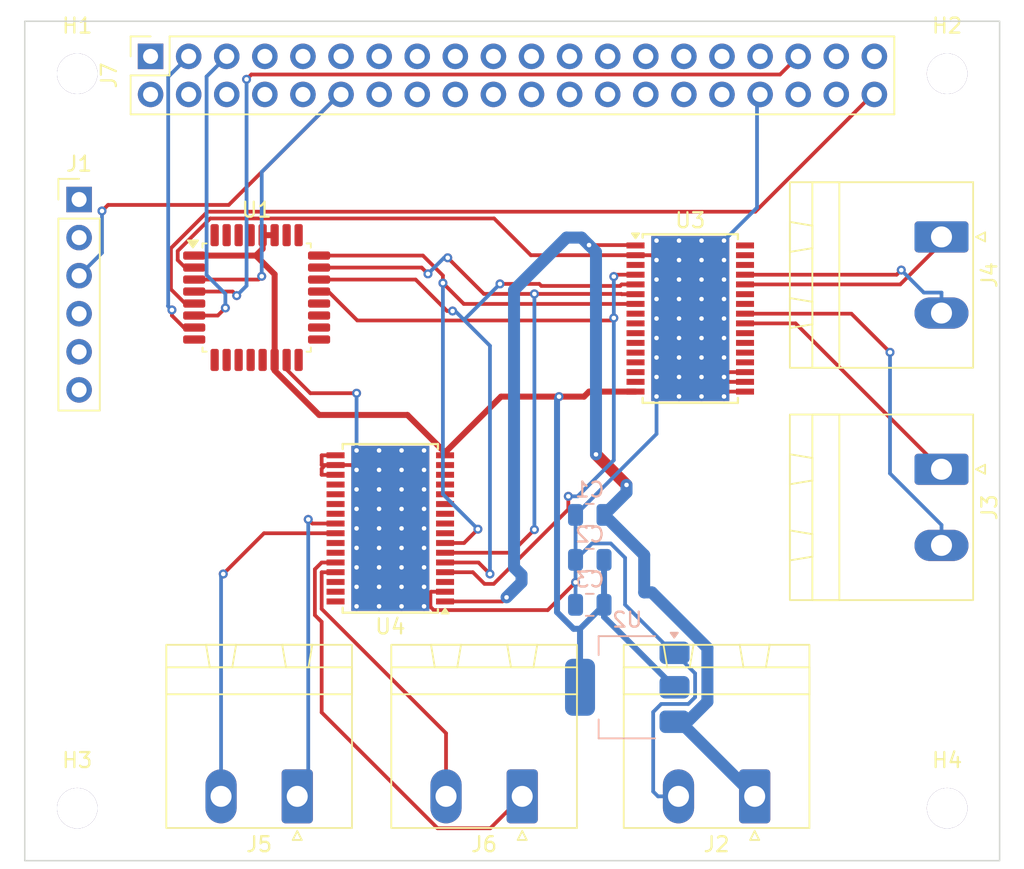
<source format=kicad_pcb>
(kicad_pcb (version 20241229) (generator "pcbnew") (generator_version "9.0")
  (layers (0 "F.Cu" signal) (2 "B.Cu" signal) (13 "F.Paste" user) (15 "B.Paste" user) (5 "F.SilkS" user "F.Silkscreen") (7 "B.SilkS" user "B.Silkscreen") (1 "F.Mask" user) (3 "B.Mask" user) (25 "Edge.Cuts" user))
  (net 0 "")
  (net 1 "+12V")
  (net 2 "GND")
  (net 3 "+3.3V")
  (net 4 "I2S_BCK")
  (net 10 "Net-(J3-Pin_1)")
  (net 11 "Net-(J3-Pin_2)")
  (net 12 "Net-(J4-Pin_2)")
  (net 13 "Net-(J4-Pin_1)")
  (net 14 "Net-(J5-Pin_1)")
  (net 15 "Net-(J5-Pin_2)")
  (net 16 "Net-(J6-Pin_1)")
  (net 17 "Net-(J6-Pin_2)")
  (net 22 "I2C_SDA")
  (net 30 "I2S_LRCK")
  (net 45 "I2C_SCL")
  (net 50 "I2S_DOUT")
  (net 56 "Net-(U1-OUTL-)")
  (net 57 "Net-(U1-OUTR+)")
  (net 58 "Net-(U1-OUTL+)")
  (net 59 "Net-(U1-OUTR-)")
  (footprint "Package_SO:HTSSOP-32-1EP_6.1x11mm_P0.65mm_EP5.2x11mm_Mask4.11x4.36mm_ThermalVias" (layer "F.Cu") (at 125.75 68.4 180)
    (property "Reference" "U4")
    (property "Value" "TPA3116D2")
  )
  (footprint "Package_QFP:TQFP-32_7x7mm_P0.8mm" (layer "F.Cu") (at 116.8375 53)
    (property "Reference" "U1")
    (property "Value" "PCM5142")
  )
  (footprint "Connector_Phoenix_MSTB:PhoenixContact_MSTBA_2,5_2-G-5,08_1x02_P5.08mm_Horizontal" (layer "F.Cu") (at 119.545 86.2775 180)
    (property "Reference" "J5")
    (property "Value" "Rear_Left")
  )
  (footprint "Connector_Phoenix_MSTB:PhoenixContact_MSTBA_2,5_2-G-5,08_1x02_P5.08mm_Horizontal" (layer "F.Cu") (at 134.545 86.2775 180)
    (property "Reference" "J6")
    (property "Value" "Rear_Right")
  )
  (footprint "Connector_PinSocket_2.54mm:PinSocket_2x20_P2.54mm_Vertical" (layer "F.Cu") (at 109.765321 36.909266 90)
    (property "Reference" "J7")
    (property "Value" "40-Pin_GPIO")
  )
  (footprint "Connector_Phoenix_MSTB:PhoenixContact_MSTBA_2,5_2-G-5,08_1x02_P5.08mm_Horizontal" (layer "F.Cu") (at 162.5 48.955 -90)
    (property "Reference" "J4")
    (property "Value" "Front_Right")
  )
  (footprint "MountingHole:MountingHole_2.7mm_M2.5" (layer "F.Cu") (at 104.875 38.0675)
    (property "Reference" "H1")
    (property "Value" "MountingHole")
  )
  (footprint "MountingHole:MountingHole_2.7mm_M2.5" (layer "F.Cu") (at 162.875 38.0675)
    (property "Reference" "H2")
    (property "Value" "MountingHole")
  )
  (footprint "MountingHole:MountingHole_2.7mm_M2.5" (layer "F.Cu") (at 104.875 87.0675)
    (property "Reference" "H3")
    (property "Value" "MountingHole")
  )
  (footprint "MountingHole:MountingHole_2.7mm_M2.5" (layer "F.Cu") (at 162.875 87.0675)
    (property "Reference" "H4")
    (property "Value" "MountingHole")
  )
  (footprint "Connector_PinHeader_2.54mm:PinHeader_1x06_P2.54mm_Vertical" (layer "F.Cu") (at 105 46.46)
    (property "Reference" "J1")
    (property "Value" "I2S_Input")
  )
  (footprint "Package_SO:HTSSOP-32-1EP_6.1x11mm_P0.65mm_EP5.2x11mm_Mask4.11x4.36mm_ThermalVias" (layer "F.Cu") (at 145.75 54.4)
    (property "Reference" "U3")
    (property "Value" "TPA3116D2")
  )
  (footprint "Connector_Phoenix_MSTB:PhoenixContact_MSTBA_2,5_2-G-5,08_1x02_P5.08mm_Horizontal" (layer "F.Cu") (at 162.5 64.455 -90)
    (property "Reference" "J3")
    (property "Value" "Front_Left")
  )
  (footprint "Connector_Phoenix_MSTB:PhoenixContact_MSTBA_2,5_2-G-5,08_1x02_P5.08mm_Horizontal" (layer "F.Cu") (at 150.045 86.2775 180)
    (property "Reference" "J2")
    (property "Value" "12V_Input")
  )
  (footprint "Package_TO_SOT_SMD:SOT-223-3_TabPin2" (layer "B.Cu") (at 141.55 79 180)
    (property "Reference" "U2")
    (property "Value" "AMS1117-3.3")
  )
  (footprint "Capacitor_SMD:C_0805_2012Metric" (layer "B.Cu") (at 139.05 67.5 180)
    (property "Reference" "C1")
    (property "Value" "10uF")
  )
  (footprint "Capacitor_SMD:C_0805_2012Metric" (layer "B.Cu") (at 139.05 73.5 180)
    (property "Reference" "C3")
    (property "Value" "10uF")
  )
  (footprint "Capacitor_SMD:C_0805_2012Metric" (layer "B.Cu") (at 139.05 70.5 180)
    (property "Reference" "C2")
    (property "Value" "100nF")
  )
  (gr_rect (start 101.375 34.5675) (end 166.375 90.5675) (stroke (width 0.1)) (fill no) (layer "Edge.Cuts"))
  (segment (start 142.025 49.525) (end 142 49.5) (width 0.25) (layer "F.Cu") (net 1))
  (segment (start 133.225 73.275) (end 133.5 73) (width 0.25) (layer "F.Cu") (net 1))
  (segment (start 142.1 49.525) (end 142.025 49.525) (width 0.25) (layer "F.Cu") (net 1))
  (segment (start 139.463152 63.463152) (end 141.5 65.5) (width 0.8) (layer "F.Cu") (net 1))
  (segment (start 129.4 73.275) (end 133.225 73.275) (width 0.25) (layer "F.Cu") (net 1))
  (segment (start 142 49.5) (end 139 49.5) (width 0.25) (layer "F.Cu") (net 1))
  (via (at 139 49.5) (size 0.6) (drill 0.3) (layers "F.Cu" "B.Cu") (net 1))
  (via (at 139.463152 63.463152) (size 0.6) (drill 0.3) (layers "F.Cu" "B.Cu") (net 1))
  (via (at 133.5 73) (size 0.6) (drill 0.3) (layers "F.Cu" "B.Cu") (net 1))
  (via (at 141.5 65.5) (size 0.6) (drill 0.3) (layers "F.Cu" "B.Cu") (net 1))
  (segment (start 146.8921 79.9664) (end 146.8921 76.3732) (width 0.8) (layer "B.Cu") (net 1))
  (segment (start 144.7 81.3) (end 144.9455 81.5455) (width 0.8) (layer "B.Cu") (net 1))
  (segment (start 144.9455 81.5455) (end 145.313 81.5455) (width 0.8) (layer "B.Cu") (net 1))
  (segment (start 141.5 66) (end 140 67.5) (width 0.8) (layer "B.Cu") (net 1))
  (segment (start 143.1894 72.6705) (end 142.6771 72.6705) (width 0.8) (layer "B.Cu") (net 1))
  (segment (start 134.5 71.5) (end 134 71) (width 0.8) (layer "B.Cu") (net 1))
  (segment (start 138.5 49) (end 139 49.5) (width 0.8) (layer "B.Cu") (net 1))
  (segment (start 145.313 81.5455) (end 146.8921 79.9664) (width 0.8) (layer "B.Cu") (net 1))
  (segment (start 134 52.5) (end 137.5 49) (width 0.8) (layer "B.Cu") (net 1))
  (segment (start 139.463152 49.963152) (end 139.463152 63.463152) (width 0.8) (layer "B.Cu") (net 1))
  (segment (start 140 67.5) (end 142.6771 70.1771) (width 0.8) (layer "B.Cu") (net 1))
  (segment (start 134.5 72) (end 133.5 73) (width 0.8) (layer "B.Cu") (net 1))
  (segment (start 141.5 65.5) (end 141.5 66) (width 0.8) (layer "B.Cu") (net 1))
  (segment (start 142.6771 70.1771) (end 142.6771 72.6705) (width 0.8) (layer "B.Cu") (net 1))
  (segment (start 134.5 71.5) (end 134.5 72) (width 0.8) (layer "B.Cu") (net 1))
  (segment (start 145.313 81.5455) (end 150.045 86.2775) (width 0.8) (layer "B.Cu") (net 1))
  (segment (start 137.5 49) (end 138.5 49) (width 0.8) (layer "B.Cu") (net 1))
  (segment (start 134 71) (end 134 52.5) (width 0.8) (layer "B.Cu") (net 1))
  (segment (start 146.8921 76.3732) (end 143.1894 72.6705) (width 0.8) (layer "B.Cu") (net 1))
  (segment (start 139 49.5) (end 139.463152 49.963152) (width 0.8) (layer "B.Cu") (net 1))
  (segment (start 146.1 57) (end 146.5 57) (width 0.25) (layer "F.Cu") (net 2))
  (segment (start 147.8 58.3) (end 146.5 57) (width 0.25) (layer "F.Cu") (net 2))
  (segment (start 149.4 57.975) (end 148.325 57.975) (width 0.25) (layer "F.Cu") (net 2))
  (segment (start 149.4 59.275) (end 148.325 59.275) (width 0.25) (layer "F.Cu") (net 2))
  (segment (start 145 55.9) (end 145 55.7) (width 0.25) (layer "F.Cu") (net 2))
  (segment (start 142.1 50.175) (end 143.175 50.175) (width 0.25) (layer "F.Cu") (net 2))
  (segment (start 129.4 72.625) (end 128.4733 72.625) (width 0.25) (layer "F.Cu") (net 2))
  (segment (start 146.5 54.4) (end 145.75 54.4) (width 0.25) (layer "F.Cu") (net 2))
  (segment (start 122.1 64.175) (end 123.175 64.175) (width 0.25) (layer "F.Cu") (net 2))
  (segment (start 136.2483 73.8517) (end 138.1 72) (width 0.25) (layer "F.Cu") (net 2))
  (segment (start 122.1 63.525) (end 121.1733 63.525) (width 0.25) (layer "F.Cu") (net 2))
  (segment (start 128.4233 73.6) (end 128.4233 73.631) (width 0.25) (layer "F.Cu") (net 2))
  (segment (start 111.5756 49.8928) (end 111.5756 50.5019) (width 0.25) (layer "F.Cu") (net 2))
  (segment (start 135.1216 50.175) (end 132.6711 47.7245) (width 0.25) (layer "F.Cu") (net 2))
  (segment (start 132.6711 47.7245) (end 113.7439 47.7245) (width 0.25) (layer "F.Cu") (net 2))
  (segment (start 121.1733 63.525) (end 121.1733 64.175) (width 0.25) (layer "F.Cu") (net 2))
  (segment (start 121.1733 64.825) (end 121.1733 64.4187) (width 0.25) (layer "F.Cu") (net 2))
  (segment (start 145.6125 56.5125) (end 145 55.9) (width 0.25) (layer "F.Cu") (net 2))
  (segment (start 148.325 58.625) (end 148 58.3) (width 0.25) (layer "F.Cu") (net 2))
  (segment (start 112.0737 51) (end 112.675 51) (width 0.25) (layer "F.Cu") (net 2))
  (segment (start 123.175 64.175) (end 123.5 64.5) (width 0.25) (layer "F.Cu") (net 2))
  (segment (start 122.1 64.825) (end 121.1733 64.825) (width 0.25) (layer "F.Cu") (net 2))
  (segment (start 145 54.4) (end 145.75 54.4) (width 0.25) (layer "F.Cu") (net 2))
  (segment (start 128.644 73.8517) (end 136.2483 73.8517) (width 0.25) (layer "F.Cu") (net 2))
  (segment (start 121.417 64.175) (end 122.1 64.175) (width 0.25) (layer "F.Cu") (net 2))
  (segment (start 121.417 64.175) (end 121.1733 64.175) (width 0.25) (layer "F.Cu") (net 2))
  (segment (start 118.8375 57.1625) (end 118.8375 57.8011) (width 0.25) (layer "F.Cu") (net 2))
  (segment (start 113.7439 47.7245) (end 111.5756 49.8928) (width 0.25) (layer "F.Cu") (net 2))
  (segment (start 123.5 72.3) (end 125 72.3) (width 0.25) (layer "F.Cu") (net 2))
  (segment (start 123.5 63.2) (end 125 63.2) (width 0.25) (layer "F.Cu") (net 2))
  (segment (start 142.1 50.175) (end 135.1216 50.175) (width 0.25) (layer "F.Cu") (net 2))
  (segment (start 148 58.3) (end 147.8 58.3) (width 0.25) (layer "F.Cu") (net 2))
  (segment (start 143.175 50.175) (end 143.5 50.5) (width 0.25) (layer "F.Cu") (net 2))
  (segment (start 149.4 58.625) (end 148.325 58.625) (width 0.25) (layer "F.Cu") (net 2))
  (segment (start 145.6125 56.5125) (end 146.1 57) (width 0.25) (layer "F.Cu") (net 2))
  (segment (start 128.4233 73.631) (end 128.644 73.8517) (width 0.25) (layer "F.Cu") (net 2))
  (segment (start 128.4733 72.625) (end 128.4233 72.675) (width 0.25) (layer "F.Cu") (net 2))
  (segment (start 120.4179 59.3815) (end 123.5028 59.3815) (width 0.25) (layer "F.Cu") (net 2))
  (segment (start 121.1733 64.4187) (end 121.417 64.175) (width 0.25) (layer "F.Cu") (net 2))
  (segment (start 126.5 68.4) (end 125.75 68.4) (width 0.25) (layer "F.Cu") (net 2))
  (segment (start 111.5756 50.5019) (end 112.0737 51) (width 0.25) (layer "F.Cu") (net 2))
  (segment (start 148.325 59.275) (end 148 59.6) (width 0.25) (layer "F.Cu") (net 2))
  (segment (start 128.4233 72.675) (end 128.4233 73.6) (width 0.25) (layer "F.Cu") (net 2))
  (segment (start 118.8375 57.8011) (end 120.4179 59.3815) (width 0.25) (layer "F.Cu") (net 2))
  (segment (start 125 68.4) (end 125.75 68.4) (width 0.25) (layer "F.Cu") (net 2))
  (segment (start 128.4233 73.6) (end 128 73.6) (width 0.25) (layer "F.Cu") (net 2))
  (segment (start 148.325 57.975) (end 148 58.3) (width 0.25) (layer "F.Cu") (net 2))
  (segment (start 145.6125 56.5125) (end 143.5 54.4) (width 0.25) (layer "F.Cu") (net 2))
  (segment (start 128 63.2) (end 126.5 63.2) (width 0.25) (layer "F.Cu") (net 2))
  (via (at 123.5028 59.3815) (size 0.6) (drill 0.3) (layers "F.Cu" "B.Cu") (net 2))
  (via (at 138.1 72) (size 0.6) (drill 0.3) (layers "F.Cu" "B.Cu") (net 2))
  (segment (start 143.5 49.2) (end 145 49.2) (width 0.25) (layer "B.Cu") (net 2))
  (segment (start 126.5 64.5) (end 126.5 63.2) (width 0.25) (layer "B.Cu") (net 2))
  (segment (start 123.5 68.4) (end 123.5 69.7) (width 0.25) (layer "B.Cu") (net 2))
  (segment (start 140.4474 69.4055) (end 141.403 70.3611) (width 0.25) (layer "B.Cu") (net 2))
  (segment (start 145.75 54.4) (end 145 54.4) (width 0.25) (layer "B.Cu") (net 2))
  (segment (start 145 58.5209) (end 145 57) (width 0.25) (layer "B.Cu") (net 2))
  (segment (start 143.5 54.4) (end 143.5 55.7) (width 0.25) (layer "B.Cu") (net 2))
  (segment (start 145 53.1) (end 145 54.4) (width 0.25) (layer "B.Cu") (net 2))
  (segment (start 126.5 65.8) (end 126.5 64.5) (width 0.25) (layer "B.Cu") (net 2))
  (segment (start 123.5 67.1) (end 123.5 68.4) (width 0.25) (layer "B.Cu") (net 2))
  (segment (start 141.403 73.4897) (end 144.6133 76.7) (width 0.25) (layer "B.Cu") (net 2))
  (segment (start 143.5 53.1) (end 143.5 54.4) (width 0.25) (layer "B.Cu") (net 2))
  (segment (start 126.5 73.6) (end 126.5 72.3) (width 0.25) (layer "B.Cu") (net 2))
  (segment (start 123.5 71) (end 123.5 69.7) (width 0.25) (layer "B.Cu") (net 2))
  (segment (start 125 68.4) (end 125 67.1) (width 0.25) (layer "B.Cu") (net 2))
  (segment (start 146.5 49.2) (end 148 49.2) (width 0.25) (layer "B.Cu") (net 2))
  (segment (start 143.2775 85.9567) (end 143.2775 80.6501) (width 0.25) (layer "B.Cu") (net 2))
  (segment (start 143.5 58.3) (end 143.5 59.6) (width 0.25) (layer "B.Cu") (net 2))
  (segment (start 146.5 53.1) (end 146.5 54.4) (width 0.25) (layer "B.Cu") (net 2))
  (segment (start 148 54.4) (end 148 55.7) (width 0.25) (layer "B.Cu") (net 2))
  (segment (start 143.2775 80.6501) (end 143.8129 80.1147) (width 0.25) (layer "B.Cu") (net 2))
  (segment (start 126.5 65.8) (end 126.5 67.1) (width 0.25) (layer "B.Cu") (net 2))
  (segment (start 139.1945 69.4055) (end 140.4474 69.4055) (width 0.25) (layer "B.Cu") (net 2))
  (segment (start 128 67.1) (end 128 65.8) (width 0.25) (layer "B.Cu") (net 2))
  (segment (start 148 49.2) (end 150.2 47) (width 0.25) (layer "B.Cu") (net 2))
  (segment (start 145 55.7) (end 145 57) (width 0.25) (layer "B.Cu") (net 2))
  (segment (start 138.1 67.5) (end 143.5 62.1) (width 0.25) (layer "B.Cu") (net 2))
  (segment (start 123.5 73.6) (end 123.5 72.3) (width 0.25) (layer "B.Cu") (net 2))
  (segment (start 148 53.1) (end 148 54.4) (width 0.25) (layer "B.Cu") (net 2))
  (segment (start 128 72.3899) (end 128 72.3) (width 0.25) (layer "B.Cu") (net 2))
  (segment (start 145.6188 80.1147) (end 146.0724 79.6611) (width 0.25) (layer "B.Cu") (net 2))
  (segment (start 123.5 63.2) (end 123.5 64.5) (width 0.25) (layer "B.Cu") (net 2))
  (segment (start 123.5028 59.3815) (end 123.5 59.3843) (width 0.25) (layer "B.Cu") (net 2))
  (segment (start 148 49.2) (end 148 50.5) (width 0.25) (layer "B.Cu") (net 2))
  (segment (start 146.5 55.7) (end 146.5 57) (width 0.25) (layer "B.Cu") (net 2))
  (segment (start 145 49.2) (end 146.5 49.2) (width 0.25) (layer "B.Cu") (net 2))
  (segment (start 144.965 86.2775) (end 143.5983 86.2775) (width 0.25) (layer "B.Cu") (net 2))
  (segment (start 145 54.4) (end 145 55.7) (width 0.25) (layer "B.Cu") (net 2))
  (segment (start 138.1 72) (end 138.1 70.5) (width 0.25) (layer "B.Cu") (net 2))
  (segment (start 141.403 70.3611) (end 141.403 73.4897) (width 0.25) (layer "B.Cu") (net 2))
  (segment (start 138.1 70.5) (end 138.1 67.5) (width 0.25) (layer "B.Cu") (net 2))
  (segment (start 146.0724 79.6611) (end 146.0724 78.0724) (width 0.25) (layer "B.Cu") (net 2))
  (segment (start 148 57) (end 148 55.7) (width 0.25) (layer "B.Cu") (net 2))
  (segment (start 128 65.8) (end 128 64.5) (width 0.25) (layer "B.Cu") (net 2))
  (segment (start 150.2 47) (end 150.2 39.54) (width 0.25) (layer "B.Cu") (net 2))
  (segment (start 144.6133 76.7) (end 144.7 76.7) (width 0.25) (layer "B.Cu") (net 2))
  (segment (start 123.5 64.5) (end 123.5 65.8) (width 0.25) (layer "B.Cu") (net 2))
  (segment (start 125 69.7) (end 125 71) (width 0.25) (layer "B.Cu") (net 2))
  (segment (start 143.5 51.8) (end 143.5 53.1) (width 0.25) (layer "B.Cu") (net 2))
  (segment (start 125 65.8) (end 125 64.5) (width 0.25) (layer "B.Cu") (net 2))
  (segment (start 128 71) (end 128 69.7) (width 0.25) (layer "B.Cu") (net 2))
  (segment (start 143.5 55.7) (end 143.5 57) (width 0.25) (layer "B.Cu") (net 2))
  (segment (start 146.5 53.1) (end 146.5 51.8) (width 0.25) (layer "B.Cu") (net 2))
  (segment (start 143.5983 86.2775) (end 143.2775 85.9567) (width 0.25) (layer "B.Cu") (net 2))
  (segment (start 146.0724 78.0724) (end 144.7 76.7) (width 0.25) (layer "B.Cu") (net 2))
  (segment (start 123.5 65.8) (end 123.5 67.1) (width 0.25) (layer "B.Cu") (net 2))
  (segment (start 128 73.6) (end 128 72.3899) (width 0.25) (layer "B.Cu") (net 2))
  (segment (start 145 51.8) (end 145 53.1) (width 0.25) (layer "B.Cu") (net 2))
  (segment (start 145 50.5) (end 145 51.8) (width 0.25) (layer "B.Cu") (net 2))
  (segment (start 126.5 69.7) (end 126.5 68.4) (width 0.25) (layer "B.Cu") (net 2))
  (segment (start 143.8129 80.1147) (end 145.6188 80.1147) (width 0.25) (layer "B.Cu") (net 2))
  (segment (start 138.1 73.5) (end 138.1 72) (width 0.25) (layer "B.Cu") (net 2))
  (segment (start 143.5 57) (end 143.5 58.3) (width 0.25) (layer "B.Cu") (net 2))
  (segment (start 148 50.5) (end 148 51.8) (width 0.25) (layer "B.Cu") (net 2))
  (segment (start 123.5 59.3843) (end 123.5 63.2) (width 0.25) (layer "B.Cu") (net 2))
  (segment (start 148 59.6) (end 148 58.3) (width 0.25) (layer "B.Cu") (net 2))
  (segment (start 125.75 68.4) (end 125 68.4) (width 0.25) (layer "B.Cu") (net 2))
  (segment (start 125 73.6) (end 125 72.3) (width 0.25) (layer "B.Cu") (net 2))
  (segment (start 125 69.7) (end 125 68.4) (width 0.25) (layer "B.Cu") (net 2))
  (segment (start 146.5 58.3) (end 146.5 57) (width 0.25) (layer "B.Cu") (net 2))
  (segment (start 146.5 49.2) (end 146.5 50.5) (width 0.25) (layer "B.Cu") (net 2))
  (segment (start 125 64.5) (end 125 63.2) (width 0.25) (layer "B.Cu") (net 2))
  (segment (start 143.5 50.5) (end 143.5 49.2) (width 0.25) (layer "B.Cu") (net 2))
  (segment (start 128 72.3899) (end 128 71) (width 0.25) (layer "B.Cu") (net 2))
  (segment (start 126.5 68.4) (end 126.5 67.1) (width 0.25) (layer "B.Cu") (net 2))
  (segment (start 128 68.4) (end 128 67.1) (width 0.25) (layer "B.Cu") (net 2))
  (segment (start 148 58.3) (end 148 57) (width 0.25) (layer "B.Cu") (net 2))
  (segment (start 128 63.2) (end 128 64.5) (width 0.25) (layer "B.Cu") (net 2))
  (segment (start 126.5 71) (end 126.5 72.3) (width 0.25) (layer "B.Cu") (net 2))
  (segment (start 145 49.2) (end 145 50.5) (width 0.25) (layer "B.Cu") (net 2))
  (segment (start 128 69.7) (end 128 68.4) (width 0.25) (layer "B.Cu") (net 2))
  (segment (start 145 58.5209) (end 145 59.6) (width 0.25) (layer "B.Cu") (net 2))
  (segment (start 138.1 70.5) (end 139.1945 69.4055) (width 0.25) (layer "B.Cu") (net 2))
  (segment (start 145 58.3) (end 145 58.5209) (width 0.25) (layer "B.Cu") (net 2))
  (segment (start 143.5 62.1) (end 143.5 59.6) (width 0.25) (layer "B.Cu") (net 2))
  (segment (start 146.5 59.6) (end 146.5 58.3) (width 0.25) (layer "B.Cu") (net 2))
  (segment (start 125 65.8) (end 125 67.1) (width 0.25) (layer "B.Cu") (net 2))
  (segment (start 125 72.3) (end 125 71) (width 0.25) (layer "B.Cu") (net 2))
  (segment (start 126.5 71) (end 126.5 69.7) (width 0.25) (layer "B.Cu") (net 2))
  (segment (start 118.0375 57.1625) (end 118.0375 51.4499) (width 0.4) (layer "F.Cu") (net 3))
  (segment (start 116.7876 50.2) (end 112.675 50.2) (width 0.4) (layer "F.Cu") (net 3))
  (segment (start 133.13 59.6095) (end 129.4 63.3395) (width 0.4) (layer "F.Cu") (net 3))
  (segment (start 118.0375 51.4499) (end 116.7876 50.2) (width 0.4) (layer "F.Cu") (net 3))
  (segment (start 138.6677 59.6095) (end 139.0022 59.275) (width 0.4) (layer "F.Cu") (net 3))
  (segment (start 137 59.6095) (end 133.13 59.6095) (width 0.4) (layer "F.Cu") (net 3))
  (segment (start 117.2375 48.8375) (end 117.2375 49.7501) (width 0.4) (layer "F.Cu") (net 3))
  (segment (start 121.005 60.8325) (end 126.893 60.8325) (width 0.4) (layer "F.Cu") (net 3))
  (segment (start 117.2375 49.7501) (end 116.7876 50.2) (width 0.4) (layer "F.Cu") (net 3))
  (segment (start 118.0375 57.865) (end 121.005 60.8325) (width 0.4) (layer "F.Cu") (net 3))
  (segment (start 117.2375 48.8375) (end 118.0375 48.8375) (width 0.4) (layer "F.Cu") (net 3))
  (segment (start 118.0375 57.1625) (end 118.0375 57.865) (width 0.4) (layer "F.Cu") (net 3))
  (segment (start 138.6677 59.6095) (end 137 59.6095) (width 0.4) (layer "F.Cu") (net 3))
  (segment (start 139.0022 59.275) (end 142.1 59.275) (width 0.4) (layer "F.Cu") (net 3))
  (segment (start 129.4 63.3395) (end 129.4 63.525) (width 0.4) (layer "F.Cu") (net 3))
  (segment (start 126.893 60.8325) (end 129.4 63.3395) (width 0.4) (layer "F.Cu") (net 3))
  (via (at 137 59.6095) (size 0.6) (drill 0.3) (layers "F.Cu" "B.Cu") (net 3))
  (segment (start 138.4 75.1) (end 137.9767 75.1) (width 0.4) (layer "B.Cu") (net 3))
  (segment (start 136.8658 73.9891) (end 136.8658 59.7437) (width 0.4) (layer "B.Cu") (net 3))
  (segment (start 144.7 79) (end 140 74.3) (width 0.4) (layer "B.Cu") (net 3))
  (segment (start 140 73.5) (end 140 70.5) (width 0.4) (layer "B.Cu") (net 3))
  (segment (start 136.8658 59.7437) (end 137 59.6095) (width 0.4) (layer "B.Cu") (net 3))
  (segment (start 140 74.3) (end 140 73.5) (width 0.4) (layer "B.Cu") (net 3))
  (segment (start 137.9767 75.1) (end 136.8658 73.9891) (width 0.4) (layer "B.Cu") (net 3))
  (segment (start 138.4 75.1) (end 140 73.5) (width 0.4) (layer "B.Cu") (net 3))
  (segment (start 138.4 79) (end 138.4 75.1) (width 0.4) (layer "B.Cu") (net 3))
  (segment (start 112.675 51.8) (end 116.9573 51.8) (width 0.25) (layer "F.Cu") (net 4))
  (segment (start 116.9573 51.8) (end 117.1763 51.581) (width 0.25) (layer "F.Cu") (net 4))
  (segment (start 122.26 39.54) (end 114.9789 46.8211) (width 0.25) (layer "F.Cu") (net 4))
  (segment (start 106.9296 46.8211) (end 106.5262 47.2245) (width 0.25) (layer "F.Cu") (net 4))
  (segment (start 114.9789 46.8211) (end 106.9296 46.8211) (width 0.25) (layer "F.Cu") (net 4))
  (via (at 106.5262 47.2245) (size 0.6) (drill 0.3) (layers "F.Cu" "B.Cu") (net 4))
  (via (at 117.1763 51.581) (size 0.6) (drill 0.3) (layers "F.Cu" "B.Cu") (net 4))
  (segment (start 117.1763 44.6237) (end 122.26 39.54) (width 0.25) (layer "B.Cu") (net 4))
  (segment (start 106.5262 50.0138) (end 106.5262 47.2245) (width 0.25) (layer "B.Cu") (net 4))
  (segment (start 105 51.54) (end 106.5262 50.0138) (width 0.25) (layer "B.Cu") (net 4))
  (segment (start 117.1763 51.581) (end 117.1763 44.6237) (width 0.25) (layer "B.Cu") (net 4))
  (segment (start 162.5 64.455) (end 152.77 54.725) (width 0.25) (layer "F.Cu") (net 10))
  (segment (start 152.77 54.725) (end 149.4 54.725) (width 0.25) (layer "F.Cu") (net 10))
  (segment (start 156.4906 54.075) (end 159.0672 56.6516) (width 0.25) (layer "F.Cu") (net 11))
  (segment (start 149.4 54.075) (end 156.4906 54.075) (width 0.25) (layer "F.Cu") (net 11))
  (via (at 159.0672 56.6516) (size 0.6) (drill 0.3) (layers "F.Cu" "B.Cu") (net 11))
  (segment (start 159.0672 64.7355) (end 162.5 68.1683) (width 0.25) (layer "B.Cu") (net 11))
  (segment (start 159.0672 56.6516) (end 159.0672 64.7355) (width 0.25) (layer "B.Cu") (net 11))
  (segment (start 162.5 69.535) (end 162.5 68.1683) (width 0.25) (layer "B.Cu") (net 11))
  (segment (start 159.8195 51.1669) (end 159.5114 51.475) (width 0.25) (layer "F.Cu") (net 12))
  (segment (start 159.5114 51.475) (end 149.4 51.475) (width 0.25) (layer "F.Cu") (net 12))
  (via (at 159.8195 51.1669) (size 0.6) (drill 0.3) (layers "F.Cu" "B.Cu") (net 12))
  (segment (start 161.3209 52.6683) (end 159.8195 51.1669) (width 0.25) (layer "B.Cu") (net 12))
  (segment (start 162.5 52.6683) (end 161.3209 52.6683) (width 0.25) (layer "B.Cu") (net 12))
  (segment (start 162.5 54.035) (end 162.5 52.6683) (width 0.25) (layer "B.Cu") (net 12))
  (segment (start 159.7477 52.125) (end 162.5 49.3727) (width 0.25) (layer "F.Cu") (net 13))
  (segment (start 162.5 49.3727) (end 162.5 48.955) (width 0.25) (layer "F.Cu") (net 13))
  (segment (start 149.4 52.125) (end 159.7477 52.125) (width 0.25) (layer "F.Cu") (net 13))
  (segment (start 120.2786 67.8021) (end 120.5515 68.075) (width 0.25) (layer "F.Cu") (net 14))
  (segment (start 120.5515 68.075) (end 122.1 68.075) (width 0.25) (layer "F.Cu") (net 14))
  (via (at 120.2786 67.8021) (size 0.6) (drill 0.3) (layers "F.Cu" "B.Cu") (net 14))
  (segment (start 120.2786 85.5439) (end 120.2786 67.8021) (width 0.25) (layer "B.Cu") (net 14))
  (segment (start 119.545 86.2775) (end 120.2786 85.5439) (width 0.25) (layer "B.Cu") (net 14))
  (segment (start 114.6117 71.4411) (end 117.3278 68.725) (width 0.25) (layer "F.Cu") (net 15))
  (segment (start 117.3278 68.725) (end 122.1 68.725) (width 0.25) (layer "F.Cu") (net 15))
  (via (at 114.6117 71.4411) (size 0.6) (drill 0.3) (layers "F.Cu" "B.Cu") (net 15))
  (segment (start 114.465 86.2775) (end 114.465 71.5878) (width 0.25) (layer "B.Cu") (net 15))
  (segment (start 114.465 71.5878) (end 114.6117 71.4411) (width 0.25) (layer "B.Cu") (net 15))
  (segment (start 120.9862 74.4519) (end 121.1733 74.639) (width 0.25) (layer "F.Cu") (net 16))
  (segment (start 121.1733 74.639) (end 121.1733 80.6787) (width 0.25) (layer "F.Cu") (net 16))
  (segment (start 122.1 70.675) (end 121.1733 70.675) (width 0.25) (layer "F.Cu") (net 16))
  (segment (start 121.1733 80.6787) (end 128.8988 88.4042) (width 0.25) (layer "F.Cu") (net 16))
  (segment (start 128.8988 88.4042) (end 132.4183 88.4042) (width 0.25) (layer "F.Cu") (net 16))
  (segment (start 121.1733 70.675) (end 120.7216 71.1267) (width 0.25) (layer "F.Cu") (net 16))
  (segment (start 132.4183 88.4042) (end 134.545 86.2775) (width 0.25) (layer "F.Cu") (net 16))
  (segment (start 120.9862 74.4519) (end 121.1733 74.639) (width 0.25) (layer "F.Cu") (net 16))
  (segment (start 120.7216 74.1873) (end 120.9862 74.4519) (width 0.25) (layer "F.Cu") (net 16))
  (segment (start 120.7216 71.1267) (end 120.7216 74.1873) (width 0.25) (layer "F.Cu") (net 16))
  (segment (start 121.1733 73.775) (end 129.465 82.0667) (width 0.25) (layer "F.Cu") (net 17))
  (segment (start 121.1733 71.325) (end 121.1733 73.775) (width 0.25) (layer "F.Cu") (net 17))
  (segment (start 129.465 82.0667) (end 129.465 86.2775) (width 0.25) (layer "F.Cu") (net 17))
  (segment (start 122.1 71.325) (end 121.1733 71.325) (width 0.25) (layer "F.Cu") (net 17))
  (segment (start 111.9876 55) (end 111.1894 54.2018) (width 0.25) (layer "F.Cu") (net 22))
  (segment (start 111.1894 54.2018) (end 111.1894 53.8283) (width 0.25) (layer "F.Cu") (net 22))
  (segment (start 111.1894 53.8283) (end 111.1893 53.8283) (width 0.25) (layer "F.Cu") (net 22))
  (segment (start 112.675 55) (end 111.9876 55) (width 0.25) (layer "F.Cu") (net 22))
  (via (at 111.1893 53.8283) (size 0.6) (drill 0.3) (layers "F.Cu" "B.Cu") (net 22))
  (segment (start 111.1893 53.8283) (end 110.9201 53.5591) (width 0.25) (layer "B.Cu") (net 22))
  (segment (start 112.305321 36.909266) (end 110.941321 38.273266) (width 0.25) (layer "B.Cu") (net 22))
  (segment (start 110.941321 53.580321) (end 111.1893 53.8283) (width 0.25) (layer "B.Cu") (net 22))
  (segment (start 110.941321 38.273266) (end 110.941321 53.580321) (width 0.25) (layer "B.Cu") (net 22))
  (segment (start 151.734587 38.12) (end 116.486379 38.12) (width 0.25) (layer "F.Cu") (net 30))
  (segment (start 115.5075 52.8701) (end 115.2374 52.6) (width 0.25) (layer "F.Cu") (net 30))
  (segment (start 115.2374 52.6) (end 112.675 52.6) (width 0.25) (layer "F.Cu") (net 30))
  (segment (start 116.486379 38.12) (end 116.165691 38.440688) (width 0.25) (layer "F.Cu") (net 30))
  (segment (start 152.945321 36.909266) (end 151.734587 38.12) (width 0.25) (layer "F.Cu") (net 30))
  (via (at 116.165691 38.440688) (size 0.6) (drill 0.3) (layers "F.Cu" "B.Cu") (net 30))
  (via (at 115.5075 52.8701) (size 0.6) (drill 0.3) (layers "F.Cu" "B.Cu") (net 30))
  (segment (start 116.165691 52.211909) (end 115.5075 52.8701) (width 0.25) (layer "B.Cu") (net 30))
  (segment (start 116.165691 38.440688) (end 116.165691 52.211909) (width 0.25) (layer "B.Cu") (net 30))
  (segment (start 114.7533 53.6937) (end 114.247 54.2) (width 0.25) (layer "F.Cu") (net 45))
  (segment (start 114.247 54.2) (end 112.675 54.2) (width 0.25) (layer "F.Cu") (net 45))
  (via (at 114.7533 53.6937) (size 0.6) (drill 0.3) (layers "F.Cu" "B.Cu") (net 45))
  (segment (start 114.845321 36.909266) (end 113.5 38.254587) (width 0.25) (layer "B.Cu") (net 45))
  (segment (start 113.5 38.254587) (end 113.5 51.5) (width 0.25) (layer "B.Cu") (net 45))
  (segment (start 114.7533 52.7533) (end 113.5 51.5) (width 0.25) (layer "B.Cu") (net 45))
  (segment (start 114.7533 53.6937) (end 114.7533 52.7533) (width 0.25) (layer "B.Cu") (net 45))
  (segment (start 150.0872 47.2728) (end 113.5568 47.2728) (width 0.25) (layer "F.Cu") (net 50))
  (segment (start 113.5568 47.2728) (end 111.1239 49.7057) (width 0.25) (layer "F.Cu") (net 50))
  (segment (start 112.0746 53.4) (end 112.675 53.4) (width 0.25) (layer "F.Cu") (net 50))
  (segment (start 111.1239 52.4493) (end 112.0746 53.4) (width 0.25) (layer "F.Cu") (net 50))
  (segment (start 111.1239 49.7057) (end 111.1239 52.4493) (width 0.25) (layer "F.Cu") (net 50))
  (segment (start 157.82 39.54) (end 150.0872 47.2728) (width 0.25) (layer "F.Cu") (net 50))
  (segment (start 121 51.8) (end 127.4379 51.8) (width 0.25) (layer "F.Cu") (net 56))
  (segment (start 129.5357 53.8978) (end 129.8997 53.8978) (width 0.25) (layer "F.Cu") (net 56))
  (segment (start 127.4379 51.8) (end 129.5357 53.8978) (width 0.25) (layer "F.Cu") (net 56))
  (segment (start 131.6293 70.675) (end 129.4 70.675) (width 0.25) (layer "F.Cu") (net 56))
  (segment (start 135.821 52.2252) (end 135.6849 52.0891) (width 0.25) (layer "F.Cu") (net 56))
  (segment (start 135.6849 52.0891) (end 133.0622 52.0891) (width 0.25) (layer "F.Cu") (net 56))
  (segment (start 142.1 52.125) (end 141.1733 52.125) (width 0.25) (layer "F.Cu") (net 56))
  (segment (start 141.0731 52.2252) (end 135.821 52.2252) (width 0.25) (layer "F.Cu") (net 56))
  (segment (start 141.1733 52.125) (end 141.0731 52.2252) (width 0.25) (layer "F.Cu") (net 56))
  (segment (start 132.3939 71.4396) (end 131.6293 70.675) (width 0.25) (layer "F.Cu") (net 56))
  (via (at 132.3939 71.4396) (size 0.6) (drill 0.3) (layers "F.Cu" "B.Cu") (net 56))
  (via (at 133.0622 52.0891) (size 0.6) (drill 0.3) (layers "F.Cu" "B.Cu") (net 56))
  (via (at 129.8997 53.8978) (size 0.6) (drill 0.3) (layers "F.Cu" "B.Cu") (net 56))
  (segment (start 130.0735 53.8978) (end 129.8997 53.8978) (width 0.25) (layer "B.Cu") (net 56))
  (segment (start 130.6635 54.4878) (end 133.0622 52.0891) (width 0.25) (layer "B.Cu") (net 56))
  (segment (start 130.6635 54.4878) (end 130.0735 53.8978) (width 0.25) (layer "B.Cu") (net 56))
  (segment (start 132.3939 71.4396) (end 132.3939 56.2182) (width 0.25) (layer "B.Cu") (net 56))
  (segment (start 132.3939 56.2182) (end 130.6635 54.4878) (width 0.25) (layer "B.Cu") (net 56))
  (segment (start 127.84 51) (end 121 51) (width 0.25) (layer "F.Cu") (net 57))
  (segment (start 133.8158 70.025) (end 135.3576 68.4832) (width 0.25) (layer "F.Cu") (net 57))
  (segment (start 135.3576 52.7574) (end 141.1557 52.7574) (width 0.25) (layer "F.Cu") (net 57))
  (segment (start 131.9894 52.7574) (end 129.5783 50.3463) (width 0.25) (layer "F.Cu") (net 57))
  (segment (start 142.1 52.775) (end 141.1733 52.775) (width 0.25) (layer "F.Cu") (net 57))
  (segment (start 129.4 70.025) (end 133.8158 70.025) (width 0.25) (layer "F.Cu") (net 57))
  (segment (start 128.2602 51.4202) (end 127.84 51) (width 0.25) (layer "F.Cu") (net 57))
  (segment (start 141.1557 52.7574) (end 141.1733 52.775) (width 0.25) (layer "F.Cu") (net 57))
  (segment (start 135.3576 52.7574) (end 131.9894 52.7574) (width 0.25) (layer "F.Cu") (net 57))
  (via (at 129.5783 50.3463) (size 0.6) (drill 0.3) (layers "F.Cu" "B.Cu") (net 57))
  (via (at 135.3576 68.4832) (size 0.6) (drill 0.3) (layers "F.Cu" "B.Cu") (net 57))
  (via (at 128.2602 51.4202) (size 0.6) (drill 0.3) (layers "F.Cu" "B.Cu") (net 57))
  (via (at 135.3576 52.7574) (size 0.6) (drill 0.3) (layers "F.Cu" "B.Cu") (net 57))
  (segment (start 129.5783 50.3463) (end 129.3341 50.3463) (width 0.25) (layer "B.Cu") (net 57))
  (segment (start 135.3576 68.4832) (end 135.3576 52.7574) (width 0.25) (layer "B.Cu") (net 57))
  (segment (start 129.3341 50.3463) (end 128.2602 51.4202) (width 0.25) (layer "B.Cu") (net 57))
  (segment (start 140.4825 54.5304) (end 140.6516 54.3613) (width 0.25) (layer "F.Cu") (net 58))
  (segment (start 121.6219 52.6) (end 123.5523 54.5304) (width 0.25) (layer "F.Cu") (net 58))
  (segment (start 137.6197 67.1289) (end 132.6458 72.1028) (width 0.25) (layer "F.Cu") (net 58))
  (segment (start 137.6197 66.2612) (end 137.6197 67.1289) (width 0.25) (layer "F.Cu") (net 58))
  (segment (start 140.775 51.475) (end 142.1 51.475) (width 0.25) (layer "F.Cu") (net 58))
  (segment (start 132.0304 72.1028) (end 131.2526 71.325) (width 0.25) (layer "F.Cu") (net 58))
  (segment (start 140.6516 51.5984) (end 140.775 51.475) (width 0.25) (layer "F.Cu") (net 58))
  (segment (start 123.5523 54.5304) (end 140.4825 54.5304) (width 0.25) (layer "F.Cu") (net 58))
  (segment (start 132.6458 72.1028) (end 132.0304 72.1028) (width 0.25) (layer "F.Cu") (net 58))
  (segment (start 121 52.6) (end 121.6219 52.6) (width 0.25) (layer "F.Cu") (net 58))
  (segment (start 131.2526 71.325) (end 129.4 71.325) (width 0.25) (layer "F.Cu") (net 58))
  (via (at 140.6516 51.5984) (size 0.6) (drill 0.3) (layers "F.Cu" "B.Cu") (net 58))
  (via (at 140.6516 54.3613) (size 0.6) (drill 0.3) (layers "F.Cu" "B.Cu") (net 58))
  (via (at 137.6197 66.2612) (size 0.6) (drill 0.3) (layers "F.Cu" "B.Cu") (net 58))
  (segment (start 140.6516 54.3613) (end 140.6516 63.8484) (width 0.25) (layer "B.Cu") (net 58))
  (segment (start 140.6516 54.3613) (end 140.6516 51.5984) (width 0.25) (layer "B.Cu") (net 58))
  (segment (start 138.2388 66.2612) (end 137.6197 66.2612) (width 0.25) (layer "B.Cu") (net 58))
  (segment (start 140.6516 63.8484) (end 138.2388 66.2612) (width 0.25) (layer "B.Cu") (net 58))
  (segment (start 129.2568 52.0321) (end 130.6497 53.425) (width 0.25) (layer "F.Cu") (net 59))
  (segment (start 130.6497 53.425) (end 142.1 53.425) (width 0.25) (layer "F.Cu") (net 59))
  (segment (start 129.2568 52.0321) (end 129.2568 51.5305) (width 0.25) (layer "F.Cu") (net 59))
  (segment (start 127.9263 50.2) (end 121 50.2) (width 0.25) (layer "F.Cu") (net 59))
  (segment (start 129.2568 51.5305) (end 127.9263 50.2) (width 0.25) (layer "F.Cu") (net 59))
  (segment (start 131.5905 68.4521) (end 130.6676 69.375) (width 0.25) (layer "F.Cu") (net 59))
  (segment (start 130.6676 69.375) (end 129.4 69.375) (width 0.25) (layer "F.Cu") (net 59))
  (via (at 131.5905 68.4521) (size 0.6) (drill 0.3) (layers "F.Cu" "B.Cu") (net 59))
  (via (at 129.2568 52.0321) (size 0.6) (drill 0.3) (layers "F.Cu" "B.Cu") (net 59))
  (segment (start 129.2568 66.1184) (end 129.2568 52.0321) (width 0.25) (layer "B.Cu") (net 59))
  (segment (start 131.5905 68.4521) (end 129.2568 66.1184) (width 0.25) (layer "B.Cu") (net 59))
)
</source>
